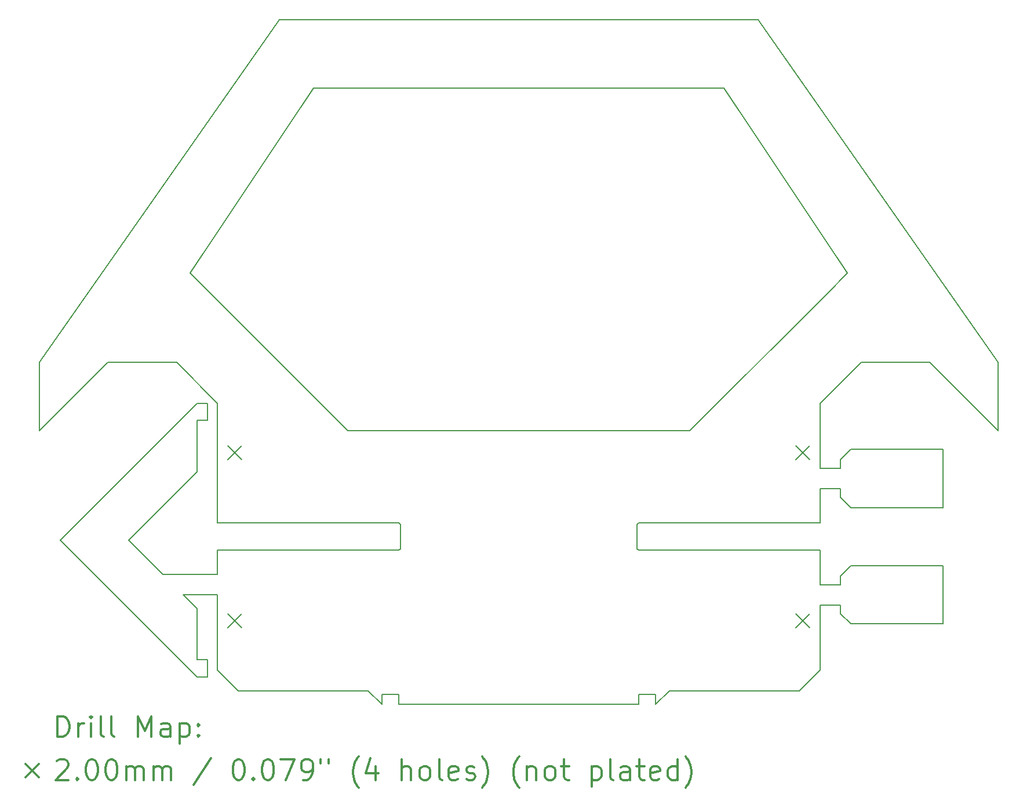
<source format=gbr>
%FSLAX45Y45*%
G04 Gerber Fmt 4.5, Leading zero omitted, Abs format (unit mm)*
G04 Created by KiCad (PCBNEW 4.0.1-stable) date 2017/09/30 15:08:16*
%MOMM*%
G01*
G04 APERTURE LIST*
%ADD10C,0.127000*%
%ADD11C,0.150000*%
%ADD12C,0.200000*%
%ADD13C,0.300000*%
G04 APERTURE END LIST*
D10*
D11*
X16725000Y-12725000D02*
X16750000Y-12750000D01*
X16725000Y-12375000D02*
X16725000Y-12725000D01*
X16750000Y-12350000D02*
X16725000Y-12375000D01*
X13275000Y-12725000D02*
X13250000Y-12750000D01*
X13275000Y-12375000D02*
X13275000Y-12725000D01*
X13250000Y-12350000D02*
X13275000Y-12375000D01*
X16750000Y-15000000D02*
X13250000Y-15000000D01*
X16750000Y-14850000D02*
X16750000Y-15000000D01*
X17000000Y-14850000D02*
X16750000Y-14850000D01*
X17000000Y-15000000D02*
X17000000Y-14850000D01*
X13250000Y-14850000D02*
X13250000Y-15000000D01*
X13000000Y-14850000D02*
X13250000Y-14850000D01*
X13000000Y-15000000D02*
X13000000Y-14850000D01*
X10300000Y-14350000D02*
X10300000Y-13600000D01*
X10450000Y-14350000D02*
X10300000Y-14350000D01*
X10450000Y-14600000D02*
X10450000Y-14350000D01*
X10300000Y-14600000D02*
X10450000Y-14600000D01*
X10300000Y-10850000D02*
X10300000Y-11600000D01*
X10450000Y-10850000D02*
X10300000Y-10850000D01*
X10450000Y-10600000D02*
X10450000Y-10850000D01*
X10300000Y-10600000D02*
X10450000Y-10600000D01*
X19850000Y-12975000D02*
X21200000Y-12975000D01*
X19700000Y-13125000D02*
X19850000Y-12975000D01*
X19700000Y-13250000D02*
X19700000Y-13125000D01*
X19850000Y-13825000D02*
X21200000Y-13825000D01*
X19700000Y-13675000D02*
X19850000Y-13825000D01*
X19700000Y-13550000D02*
X19700000Y-13675000D01*
X21200000Y-12975000D02*
X21200000Y-13825000D01*
X19850000Y-11275000D02*
X21200000Y-11275000D01*
X19700000Y-11425000D02*
X19850000Y-11275000D01*
X19700000Y-11550000D02*
X19700000Y-11425000D01*
X19700000Y-11975000D02*
X19700000Y-11850000D01*
X19850000Y-12125000D02*
X19700000Y-11975000D01*
X21200000Y-12125000D02*
X19850000Y-12125000D01*
X21200000Y-11275000D02*
X21200000Y-12125000D01*
X19400000Y-13550000D02*
X19400000Y-14500000D01*
X19700000Y-13550000D02*
X19400000Y-13550000D01*
X19400000Y-13250000D02*
X19700000Y-13250000D01*
X19400000Y-12750000D02*
X19400000Y-13250000D01*
X19400000Y-11850000D02*
X19700000Y-11850000D01*
X19400000Y-12350000D02*
X19400000Y-11850000D01*
X19400000Y-11550000D02*
X19700000Y-11550000D01*
X19400000Y-10600000D02*
X19400000Y-11550000D01*
X12500000Y-11000000D02*
X17500000Y-11000000D01*
X19500000Y-9000000D02*
X17500000Y-11000000D01*
X10500000Y-9000000D02*
X12500000Y-11000000D01*
X10200000Y-8700000D02*
X10500000Y-9000000D01*
X19800000Y-8700000D02*
X19500000Y-9000000D01*
X19400000Y-12750000D02*
X16750000Y-12750000D01*
X19400000Y-12350000D02*
X16750000Y-12350000D01*
X10600000Y-10600000D02*
X10600000Y-12350000D01*
X10600000Y-13100000D02*
X10600000Y-12750000D01*
X10300000Y-13600000D02*
X10100000Y-13400000D01*
X9300000Y-12600000D02*
X9800000Y-13100000D01*
X10600000Y-13100000D02*
X9800000Y-13100000D01*
X10600000Y-13400000D02*
X10100000Y-13400000D01*
X10600000Y-14500000D02*
X10600000Y-13400000D01*
X10600000Y-12750000D02*
X13250000Y-12750000D01*
X10600000Y-12350000D02*
X13250000Y-12350000D01*
X8300000Y-12600000D02*
X10300000Y-10600000D01*
X10300000Y-14600000D02*
X8300000Y-12600000D01*
X10300000Y-11600000D02*
X9300000Y-12600000D01*
X12000000Y-6000000D02*
X10200000Y-8700000D01*
X18000000Y-6000000D02*
X19800000Y-8700000D01*
X12000000Y-6000000D02*
X18000000Y-6000000D01*
X17200000Y-14800000D02*
X17000000Y-15000000D01*
X12800000Y-14800000D02*
X13000000Y-15000000D01*
X19100000Y-14800000D02*
X17200000Y-14800000D01*
X10900000Y-14800000D02*
X12800000Y-14800000D01*
X19400000Y-14500000D02*
X19100000Y-14800000D01*
X10600000Y-14500000D02*
X10900000Y-14800000D01*
X20000000Y-10000000D02*
X19400000Y-10600000D01*
X10000000Y-10000000D02*
X10600000Y-10600000D01*
X9000000Y-10000000D02*
X10000000Y-10000000D01*
X8000000Y-11000000D02*
X9000000Y-10000000D01*
X8000000Y-10000000D02*
X8000000Y-11000000D01*
X11500000Y-5000000D02*
X8000000Y-10000000D01*
X21000000Y-10000000D02*
X20000000Y-10000000D01*
X22000000Y-11000000D02*
X21000000Y-10000000D01*
X22000000Y-10000000D02*
X22000000Y-11000000D01*
X18500000Y-5000000D02*
X22000000Y-10000000D01*
X11500000Y-5000000D02*
X18500000Y-5000000D01*
D12*
X10750000Y-11221500D02*
X10950000Y-11421500D01*
X10950000Y-11221500D02*
X10750000Y-11421500D01*
X10750000Y-13678500D02*
X10950000Y-13878500D01*
X10950000Y-13678500D02*
X10750000Y-13878500D01*
X19050000Y-11221500D02*
X19250000Y-11421500D01*
X19250000Y-11221500D02*
X19050000Y-11421500D01*
X19050000Y-13678500D02*
X19250000Y-13878500D01*
X19250000Y-13678500D02*
X19050000Y-13878500D01*
D13*
X8263928Y-15473214D02*
X8263928Y-15173214D01*
X8335357Y-15173214D01*
X8378214Y-15187500D01*
X8406786Y-15216071D01*
X8421071Y-15244643D01*
X8435357Y-15301786D01*
X8435357Y-15344643D01*
X8421071Y-15401786D01*
X8406786Y-15430357D01*
X8378214Y-15458929D01*
X8335357Y-15473214D01*
X8263928Y-15473214D01*
X8563929Y-15473214D02*
X8563929Y-15273214D01*
X8563929Y-15330357D02*
X8578214Y-15301786D01*
X8592500Y-15287500D01*
X8621071Y-15273214D01*
X8649643Y-15273214D01*
X8749643Y-15473214D02*
X8749643Y-15273214D01*
X8749643Y-15173214D02*
X8735357Y-15187500D01*
X8749643Y-15201786D01*
X8763929Y-15187500D01*
X8749643Y-15173214D01*
X8749643Y-15201786D01*
X8935357Y-15473214D02*
X8906786Y-15458929D01*
X8892500Y-15430357D01*
X8892500Y-15173214D01*
X9092500Y-15473214D02*
X9063929Y-15458929D01*
X9049643Y-15430357D01*
X9049643Y-15173214D01*
X9435357Y-15473214D02*
X9435357Y-15173214D01*
X9535357Y-15387500D01*
X9635357Y-15173214D01*
X9635357Y-15473214D01*
X9906786Y-15473214D02*
X9906786Y-15316071D01*
X9892500Y-15287500D01*
X9863929Y-15273214D01*
X9806786Y-15273214D01*
X9778214Y-15287500D01*
X9906786Y-15458929D02*
X9878214Y-15473214D01*
X9806786Y-15473214D01*
X9778214Y-15458929D01*
X9763929Y-15430357D01*
X9763929Y-15401786D01*
X9778214Y-15373214D01*
X9806786Y-15358929D01*
X9878214Y-15358929D01*
X9906786Y-15344643D01*
X10049643Y-15273214D02*
X10049643Y-15573214D01*
X10049643Y-15287500D02*
X10078214Y-15273214D01*
X10135357Y-15273214D01*
X10163929Y-15287500D01*
X10178214Y-15301786D01*
X10192500Y-15330357D01*
X10192500Y-15416071D01*
X10178214Y-15444643D01*
X10163929Y-15458929D01*
X10135357Y-15473214D01*
X10078214Y-15473214D01*
X10049643Y-15458929D01*
X10321071Y-15444643D02*
X10335357Y-15458929D01*
X10321071Y-15473214D01*
X10306786Y-15458929D01*
X10321071Y-15444643D01*
X10321071Y-15473214D01*
X10321071Y-15287500D02*
X10335357Y-15301786D01*
X10321071Y-15316071D01*
X10306786Y-15301786D01*
X10321071Y-15287500D01*
X10321071Y-15316071D01*
X7792500Y-15867500D02*
X7992500Y-16067500D01*
X7992500Y-15867500D02*
X7792500Y-16067500D01*
X8249643Y-15831786D02*
X8263928Y-15817500D01*
X8292500Y-15803214D01*
X8363928Y-15803214D01*
X8392500Y-15817500D01*
X8406786Y-15831786D01*
X8421071Y-15860357D01*
X8421071Y-15888929D01*
X8406786Y-15931786D01*
X8235357Y-16103214D01*
X8421071Y-16103214D01*
X8549643Y-16074643D02*
X8563929Y-16088929D01*
X8549643Y-16103214D01*
X8535357Y-16088929D01*
X8549643Y-16074643D01*
X8549643Y-16103214D01*
X8749643Y-15803214D02*
X8778214Y-15803214D01*
X8806786Y-15817500D01*
X8821071Y-15831786D01*
X8835357Y-15860357D01*
X8849643Y-15917500D01*
X8849643Y-15988929D01*
X8835357Y-16046071D01*
X8821071Y-16074643D01*
X8806786Y-16088929D01*
X8778214Y-16103214D01*
X8749643Y-16103214D01*
X8721071Y-16088929D01*
X8706786Y-16074643D01*
X8692500Y-16046071D01*
X8678214Y-15988929D01*
X8678214Y-15917500D01*
X8692500Y-15860357D01*
X8706786Y-15831786D01*
X8721071Y-15817500D01*
X8749643Y-15803214D01*
X9035357Y-15803214D02*
X9063929Y-15803214D01*
X9092500Y-15817500D01*
X9106786Y-15831786D01*
X9121071Y-15860357D01*
X9135357Y-15917500D01*
X9135357Y-15988929D01*
X9121071Y-16046071D01*
X9106786Y-16074643D01*
X9092500Y-16088929D01*
X9063929Y-16103214D01*
X9035357Y-16103214D01*
X9006786Y-16088929D01*
X8992500Y-16074643D01*
X8978214Y-16046071D01*
X8963929Y-15988929D01*
X8963929Y-15917500D01*
X8978214Y-15860357D01*
X8992500Y-15831786D01*
X9006786Y-15817500D01*
X9035357Y-15803214D01*
X9263929Y-16103214D02*
X9263929Y-15903214D01*
X9263929Y-15931786D02*
X9278214Y-15917500D01*
X9306786Y-15903214D01*
X9349643Y-15903214D01*
X9378214Y-15917500D01*
X9392500Y-15946071D01*
X9392500Y-16103214D01*
X9392500Y-15946071D02*
X9406786Y-15917500D01*
X9435357Y-15903214D01*
X9478214Y-15903214D01*
X9506786Y-15917500D01*
X9521071Y-15946071D01*
X9521071Y-16103214D01*
X9663929Y-16103214D02*
X9663929Y-15903214D01*
X9663929Y-15931786D02*
X9678214Y-15917500D01*
X9706786Y-15903214D01*
X9749643Y-15903214D01*
X9778214Y-15917500D01*
X9792500Y-15946071D01*
X9792500Y-16103214D01*
X9792500Y-15946071D02*
X9806786Y-15917500D01*
X9835357Y-15903214D01*
X9878214Y-15903214D01*
X9906786Y-15917500D01*
X9921071Y-15946071D01*
X9921071Y-16103214D01*
X10506786Y-15788929D02*
X10249643Y-16174643D01*
X10892500Y-15803214D02*
X10921071Y-15803214D01*
X10949643Y-15817500D01*
X10963928Y-15831786D01*
X10978214Y-15860357D01*
X10992500Y-15917500D01*
X10992500Y-15988929D01*
X10978214Y-16046071D01*
X10963928Y-16074643D01*
X10949643Y-16088929D01*
X10921071Y-16103214D01*
X10892500Y-16103214D01*
X10863928Y-16088929D01*
X10849643Y-16074643D01*
X10835357Y-16046071D01*
X10821071Y-15988929D01*
X10821071Y-15917500D01*
X10835357Y-15860357D01*
X10849643Y-15831786D01*
X10863928Y-15817500D01*
X10892500Y-15803214D01*
X11121071Y-16074643D02*
X11135357Y-16088929D01*
X11121071Y-16103214D01*
X11106786Y-16088929D01*
X11121071Y-16074643D01*
X11121071Y-16103214D01*
X11321071Y-15803214D02*
X11349643Y-15803214D01*
X11378214Y-15817500D01*
X11392500Y-15831786D01*
X11406785Y-15860357D01*
X11421071Y-15917500D01*
X11421071Y-15988929D01*
X11406785Y-16046071D01*
X11392500Y-16074643D01*
X11378214Y-16088929D01*
X11349643Y-16103214D01*
X11321071Y-16103214D01*
X11292500Y-16088929D01*
X11278214Y-16074643D01*
X11263928Y-16046071D01*
X11249643Y-15988929D01*
X11249643Y-15917500D01*
X11263928Y-15860357D01*
X11278214Y-15831786D01*
X11292500Y-15817500D01*
X11321071Y-15803214D01*
X11521071Y-15803214D02*
X11721071Y-15803214D01*
X11592500Y-16103214D01*
X11849643Y-16103214D02*
X11906785Y-16103214D01*
X11935357Y-16088929D01*
X11949643Y-16074643D01*
X11978214Y-16031786D01*
X11992500Y-15974643D01*
X11992500Y-15860357D01*
X11978214Y-15831786D01*
X11963928Y-15817500D01*
X11935357Y-15803214D01*
X11878214Y-15803214D01*
X11849643Y-15817500D01*
X11835357Y-15831786D01*
X11821071Y-15860357D01*
X11821071Y-15931786D01*
X11835357Y-15960357D01*
X11849643Y-15974643D01*
X11878214Y-15988929D01*
X11935357Y-15988929D01*
X11963928Y-15974643D01*
X11978214Y-15960357D01*
X11992500Y-15931786D01*
X12106786Y-15803214D02*
X12106786Y-15860357D01*
X12221071Y-15803214D02*
X12221071Y-15860357D01*
X12663928Y-16217500D02*
X12649643Y-16203214D01*
X12621071Y-16160357D01*
X12606785Y-16131786D01*
X12592500Y-16088929D01*
X12578214Y-16017500D01*
X12578214Y-15960357D01*
X12592500Y-15888929D01*
X12606785Y-15846071D01*
X12621071Y-15817500D01*
X12649643Y-15774643D01*
X12663928Y-15760357D01*
X12906785Y-15903214D02*
X12906785Y-16103214D01*
X12835357Y-15788929D02*
X12763928Y-16003214D01*
X12949643Y-16003214D01*
X13292500Y-16103214D02*
X13292500Y-15803214D01*
X13421071Y-16103214D02*
X13421071Y-15946071D01*
X13406785Y-15917500D01*
X13378214Y-15903214D01*
X13335357Y-15903214D01*
X13306785Y-15917500D01*
X13292500Y-15931786D01*
X13606785Y-16103214D02*
X13578214Y-16088929D01*
X13563928Y-16074643D01*
X13549643Y-16046071D01*
X13549643Y-15960357D01*
X13563928Y-15931786D01*
X13578214Y-15917500D01*
X13606785Y-15903214D01*
X13649643Y-15903214D01*
X13678214Y-15917500D01*
X13692500Y-15931786D01*
X13706785Y-15960357D01*
X13706785Y-16046071D01*
X13692500Y-16074643D01*
X13678214Y-16088929D01*
X13649643Y-16103214D01*
X13606785Y-16103214D01*
X13878214Y-16103214D02*
X13849643Y-16088929D01*
X13835357Y-16060357D01*
X13835357Y-15803214D01*
X14106786Y-16088929D02*
X14078214Y-16103214D01*
X14021071Y-16103214D01*
X13992500Y-16088929D01*
X13978214Y-16060357D01*
X13978214Y-15946071D01*
X13992500Y-15917500D01*
X14021071Y-15903214D01*
X14078214Y-15903214D01*
X14106786Y-15917500D01*
X14121071Y-15946071D01*
X14121071Y-15974643D01*
X13978214Y-16003214D01*
X14235357Y-16088929D02*
X14263928Y-16103214D01*
X14321071Y-16103214D01*
X14349643Y-16088929D01*
X14363928Y-16060357D01*
X14363928Y-16046071D01*
X14349643Y-16017500D01*
X14321071Y-16003214D01*
X14278214Y-16003214D01*
X14249643Y-15988929D01*
X14235357Y-15960357D01*
X14235357Y-15946071D01*
X14249643Y-15917500D01*
X14278214Y-15903214D01*
X14321071Y-15903214D01*
X14349643Y-15917500D01*
X14463928Y-16217500D02*
X14478214Y-16203214D01*
X14506786Y-16160357D01*
X14521071Y-16131786D01*
X14535357Y-16088929D01*
X14549643Y-16017500D01*
X14549643Y-15960357D01*
X14535357Y-15888929D01*
X14521071Y-15846071D01*
X14506786Y-15817500D01*
X14478214Y-15774643D01*
X14463928Y-15760357D01*
X15006786Y-16217500D02*
X14992500Y-16203214D01*
X14963928Y-16160357D01*
X14949643Y-16131786D01*
X14935357Y-16088929D01*
X14921071Y-16017500D01*
X14921071Y-15960357D01*
X14935357Y-15888929D01*
X14949643Y-15846071D01*
X14963928Y-15817500D01*
X14992500Y-15774643D01*
X15006786Y-15760357D01*
X15121071Y-15903214D02*
X15121071Y-16103214D01*
X15121071Y-15931786D02*
X15135357Y-15917500D01*
X15163928Y-15903214D01*
X15206786Y-15903214D01*
X15235357Y-15917500D01*
X15249643Y-15946071D01*
X15249643Y-16103214D01*
X15435357Y-16103214D02*
X15406786Y-16088929D01*
X15392500Y-16074643D01*
X15378214Y-16046071D01*
X15378214Y-15960357D01*
X15392500Y-15931786D01*
X15406786Y-15917500D01*
X15435357Y-15903214D01*
X15478214Y-15903214D01*
X15506786Y-15917500D01*
X15521071Y-15931786D01*
X15535357Y-15960357D01*
X15535357Y-16046071D01*
X15521071Y-16074643D01*
X15506786Y-16088929D01*
X15478214Y-16103214D01*
X15435357Y-16103214D01*
X15621071Y-15903214D02*
X15735357Y-15903214D01*
X15663928Y-15803214D02*
X15663928Y-16060357D01*
X15678214Y-16088929D01*
X15706786Y-16103214D01*
X15735357Y-16103214D01*
X16063928Y-15903214D02*
X16063928Y-16203214D01*
X16063928Y-15917500D02*
X16092500Y-15903214D01*
X16149643Y-15903214D01*
X16178214Y-15917500D01*
X16192500Y-15931786D01*
X16206786Y-15960357D01*
X16206786Y-16046071D01*
X16192500Y-16074643D01*
X16178214Y-16088929D01*
X16149643Y-16103214D01*
X16092500Y-16103214D01*
X16063928Y-16088929D01*
X16378214Y-16103214D02*
X16349643Y-16088929D01*
X16335357Y-16060357D01*
X16335357Y-15803214D01*
X16621071Y-16103214D02*
X16621071Y-15946071D01*
X16606786Y-15917500D01*
X16578214Y-15903214D01*
X16521071Y-15903214D01*
X16492500Y-15917500D01*
X16621071Y-16088929D02*
X16592500Y-16103214D01*
X16521071Y-16103214D01*
X16492500Y-16088929D01*
X16478214Y-16060357D01*
X16478214Y-16031786D01*
X16492500Y-16003214D01*
X16521071Y-15988929D01*
X16592500Y-15988929D01*
X16621071Y-15974643D01*
X16721071Y-15903214D02*
X16835357Y-15903214D01*
X16763929Y-15803214D02*
X16763929Y-16060357D01*
X16778214Y-16088929D01*
X16806786Y-16103214D01*
X16835357Y-16103214D01*
X17049643Y-16088929D02*
X17021072Y-16103214D01*
X16963929Y-16103214D01*
X16935357Y-16088929D01*
X16921072Y-16060357D01*
X16921072Y-15946071D01*
X16935357Y-15917500D01*
X16963929Y-15903214D01*
X17021072Y-15903214D01*
X17049643Y-15917500D01*
X17063929Y-15946071D01*
X17063929Y-15974643D01*
X16921072Y-16003214D01*
X17321072Y-16103214D02*
X17321072Y-15803214D01*
X17321072Y-16088929D02*
X17292500Y-16103214D01*
X17235357Y-16103214D01*
X17206786Y-16088929D01*
X17192500Y-16074643D01*
X17178214Y-16046071D01*
X17178214Y-15960357D01*
X17192500Y-15931786D01*
X17206786Y-15917500D01*
X17235357Y-15903214D01*
X17292500Y-15903214D01*
X17321072Y-15917500D01*
X17435357Y-16217500D02*
X17449643Y-16203214D01*
X17478214Y-16160357D01*
X17492500Y-16131786D01*
X17506786Y-16088929D01*
X17521072Y-16017500D01*
X17521072Y-15960357D01*
X17506786Y-15888929D01*
X17492500Y-15846071D01*
X17478214Y-15817500D01*
X17449643Y-15774643D01*
X17435357Y-15760357D01*
M02*

</source>
